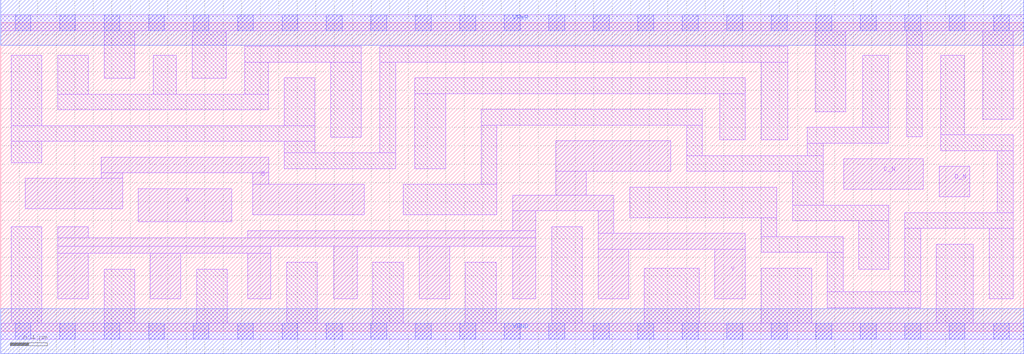
<source format=lef>
# Copyright 2020 The SkyWater PDK Authors
#
# Licensed under the Apache License, Version 2.0 (the "License");
# you may not use this file except in compliance with the License.
# You may obtain a copy of the License at
#
#     https://www.apache.org/licenses/LICENSE-2.0
#
# Unless required by applicable law or agreed to in writing, software
# distributed under the License is distributed on an "AS IS" BASIS,
# WITHOUT WARRANTIES OR CONDITIONS OF ANY KIND, either express or implied.
# See the License for the specific language governing permissions and
# limitations under the License.
#
# SPDX-License-Identifier: Apache-2.0

VERSION 5.7 ;
  NAMESCASESENSITIVE ON ;
  NOWIREEXTENSIONATPIN ON ;
  DIVIDERCHAR "/" ;
  BUSBITCHARS "[]" ;
UNITS
  DATABASE MICRONS 200 ;
END UNITS
MACRO sky130_fd_sc_ms__nor4bb_4
  CLASS CORE ;
  SOURCE USER ;
  FOREIGN sky130_fd_sc_ms__nor4bb_4 ;
  ORIGIN  0.000000  0.000000 ;
  SIZE  11.04000 BY  3.330000 ;
  SYMMETRY X Y ;
  SITE unit ;
  PIN A
    ANTENNAGATEAREA  1.250400 ;
    DIRECTION INPUT ;
    USE SIGNAL ;
    PORT
      LAYER li1 ;
        RECT 1.485000 1.180000 2.495000 1.540000 ;
    END
  END A
  PIN B
    ANTENNAGATEAREA  1.250400 ;
    DIRECTION INPUT ;
    USE SIGNAL ;
    PORT
      LAYER li1 ;
        RECT 0.265000 1.320000 1.315000 1.650000 ;
        RECT 1.085000 1.650000 1.315000 1.710000 ;
        RECT 1.085000 1.710000 2.890000 1.880000 ;
        RECT 2.720000 1.255000 3.920000 1.585000 ;
        RECT 2.720000 1.585000 2.890000 1.710000 ;
    END
  END B
  PIN C_N
    ANTENNAGATEAREA  0.413400 ;
    DIRECTION INPUT ;
    USE SIGNAL ;
    PORT
      LAYER li1 ;
        RECT 9.095000 1.530000 9.955000 1.860000 ;
    END
  END C_N
  PIN D_N
    ANTENNAGATEAREA  0.413400 ;
    DIRECTION INPUT ;
    USE SIGNAL ;
    PORT
      LAYER li1 ;
        RECT 10.125000 1.450000 10.455000 1.780000 ;
    END
  END D_N
  PIN Y
    ANTENNADIFFAREA  2.477000 ;
    DIRECTION OUTPUT ;
    USE SIGNAL ;
    PORT
      LAYER li1 ;
        RECT 0.615000 0.350000 0.945000 0.840000 ;
        RECT 0.615000 0.840000 2.915000 0.915000 ;
        RECT 0.615000 0.915000 5.775000 1.010000 ;
        RECT 0.615000 1.010000 0.945000 1.130000 ;
        RECT 1.615000 0.350000 1.945000 0.840000 ;
        RECT 2.665000 0.350000 2.915000 0.840000 ;
        RECT 2.665000 1.010000 5.775000 1.085000 ;
        RECT 3.595000 0.350000 3.845000 0.915000 ;
        RECT 4.515000 0.350000 4.845000 0.915000 ;
        RECT 5.525000 0.350000 5.775000 0.915000 ;
        RECT 5.525000 1.085000 5.775000 1.300000 ;
        RECT 5.525000 1.300000 6.615000 1.470000 ;
        RECT 5.990000 1.470000 6.320000 1.725000 ;
        RECT 5.990000 1.725000 7.230000 2.055000 ;
        RECT 6.445000 0.350000 6.775000 0.885000 ;
        RECT 6.445000 0.885000 8.035000 1.055000 ;
        RECT 6.445000 1.055000 6.615000 1.300000 ;
        RECT 7.705000 0.350000 8.035000 0.885000 ;
    END
  END Y
  PIN VGND
    DIRECTION INOUT ;
    USE GROUND ;
    PORT
      LAYER met1 ;
        RECT 0.000000 -0.245000 11.040000 0.245000 ;
    END
  END VGND
  PIN VPWR
    DIRECTION INOUT ;
    USE POWER ;
    PORT
      LAYER met1 ;
        RECT 0.000000 3.085000 11.040000 3.575000 ;
    END
  END VPWR
  OBS
    LAYER li1 ;
      RECT  0.000000 -0.085000 11.040000 0.085000 ;
      RECT  0.000000  3.245000 11.040000 3.415000 ;
      RECT  0.115000  0.085000  0.445000 1.130000 ;
      RECT  0.115000  1.820000  0.445000 2.050000 ;
      RECT  0.115000  2.050000  3.390000 2.220000 ;
      RECT  0.115000  2.220000  0.445000 2.980000 ;
      RECT  0.615000  2.390000  2.885000 2.560000 ;
      RECT  0.615000  2.560000  0.945000 2.980000 ;
      RECT  1.115000  0.085000  1.445000 0.670000 ;
      RECT  1.115000  2.730000  1.445000 3.245000 ;
      RECT  1.645000  2.560000  1.895000 2.980000 ;
      RECT  2.065000  2.730000  2.435000 3.245000 ;
      RECT  2.115000  0.085000  2.445000 0.670000 ;
      RECT  2.635000  2.560000  2.885000 2.905000 ;
      RECT  2.635000  2.905000  3.890000 3.075000 ;
      RECT  3.060000  1.755000  4.260000 1.925000 ;
      RECT  3.060000  1.925000  3.390000 2.050000 ;
      RECT  3.060000  2.220000  3.390000 2.735000 ;
      RECT  3.085000  0.085000  3.415000 0.745000 ;
      RECT  3.560000  2.095000  3.890000 2.905000 ;
      RECT  4.015000  0.085000  4.345000 0.745000 ;
      RECT  4.090000  1.925000  4.260000 2.905000 ;
      RECT  4.090000  2.905000  8.490000 3.075000 ;
      RECT  4.345000  1.255000  5.355000 1.585000 ;
      RECT  4.470000  1.755000  4.800000 2.565000 ;
      RECT  4.470000  2.565000  8.035000 2.735000 ;
      RECT  5.015000  0.085000  5.345000 0.745000 ;
      RECT  5.185000  1.585000  5.355000 2.225000 ;
      RECT  5.185000  2.225000  7.570000 2.395000 ;
      RECT  5.945000  0.085000  6.275000 1.130000 ;
      RECT  6.785000  1.225000  8.375000 1.555000 ;
      RECT  6.945000  0.085000  7.535000 0.680000 ;
      RECT  7.400000  1.725000  8.875000 1.895000 ;
      RECT  7.400000  1.895000  7.570000 2.225000 ;
      RECT  7.760000  2.065000  8.035000 2.565000 ;
      RECT  8.205000  0.085000  8.750000 0.680000 ;
      RECT  8.205000  0.850000  9.090000 1.020000 ;
      RECT  8.205000  1.020000  8.375000 1.225000 ;
      RECT  8.205000  2.065000  8.490000 2.905000 ;
      RECT  8.545000  1.190000  9.585000 1.360000 ;
      RECT  8.545000  1.360000  8.875000 1.725000 ;
      RECT  8.705000  1.895000  8.875000 2.030000 ;
      RECT  8.705000  2.030000  9.575000 2.200000 ;
      RECT  8.790000  2.370000  9.120000 3.245000 ;
      RECT  8.920000  0.255000  9.925000 0.425000 ;
      RECT  8.920000  0.425000  9.090000 0.850000 ;
      RECT  9.260000  0.670000  9.585000 1.190000 ;
      RECT  9.300000  2.200000  9.575000 2.980000 ;
      RECT  9.755000  0.425000  9.925000 1.110000 ;
      RECT  9.755000  1.110000 10.925000 1.280000 ;
      RECT  9.775000  2.100000  9.945000 3.245000 ;
      RECT 10.095000  0.085000 10.495000 0.940000 ;
      RECT 10.145000  1.950000 10.925000 2.120000 ;
      RECT 10.145000  2.120000 10.395000 2.980000 ;
      RECT 10.595000  2.290000 10.925000 3.245000 ;
      RECT 10.665000  0.350000 10.925000 1.110000 ;
      RECT 10.755000  1.280000 10.925000 1.950000 ;
    LAYER mcon ;
      RECT  0.155000 -0.085000  0.325000 0.085000 ;
      RECT  0.155000  3.245000  0.325000 3.415000 ;
      RECT  0.635000 -0.085000  0.805000 0.085000 ;
      RECT  0.635000  3.245000  0.805000 3.415000 ;
      RECT  1.115000 -0.085000  1.285000 0.085000 ;
      RECT  1.115000  3.245000  1.285000 3.415000 ;
      RECT  1.595000 -0.085000  1.765000 0.085000 ;
      RECT  1.595000  3.245000  1.765000 3.415000 ;
      RECT  2.075000 -0.085000  2.245000 0.085000 ;
      RECT  2.075000  3.245000  2.245000 3.415000 ;
      RECT  2.555000 -0.085000  2.725000 0.085000 ;
      RECT  2.555000  3.245000  2.725000 3.415000 ;
      RECT  3.035000 -0.085000  3.205000 0.085000 ;
      RECT  3.035000  3.245000  3.205000 3.415000 ;
      RECT  3.515000 -0.085000  3.685000 0.085000 ;
      RECT  3.515000  3.245000  3.685000 3.415000 ;
      RECT  3.995000 -0.085000  4.165000 0.085000 ;
      RECT  3.995000  3.245000  4.165000 3.415000 ;
      RECT  4.475000 -0.085000  4.645000 0.085000 ;
      RECT  4.475000  3.245000  4.645000 3.415000 ;
      RECT  4.955000 -0.085000  5.125000 0.085000 ;
      RECT  4.955000  3.245000  5.125000 3.415000 ;
      RECT  5.435000 -0.085000  5.605000 0.085000 ;
      RECT  5.435000  3.245000  5.605000 3.415000 ;
      RECT  5.915000 -0.085000  6.085000 0.085000 ;
      RECT  5.915000  3.245000  6.085000 3.415000 ;
      RECT  6.395000 -0.085000  6.565000 0.085000 ;
      RECT  6.395000  3.245000  6.565000 3.415000 ;
      RECT  6.875000 -0.085000  7.045000 0.085000 ;
      RECT  6.875000  3.245000  7.045000 3.415000 ;
      RECT  7.355000 -0.085000  7.525000 0.085000 ;
      RECT  7.355000  3.245000  7.525000 3.415000 ;
      RECT  7.835000 -0.085000  8.005000 0.085000 ;
      RECT  7.835000  3.245000  8.005000 3.415000 ;
      RECT  8.315000 -0.085000  8.485000 0.085000 ;
      RECT  8.315000  3.245000  8.485000 3.415000 ;
      RECT  8.795000 -0.085000  8.965000 0.085000 ;
      RECT  8.795000  3.245000  8.965000 3.415000 ;
      RECT  9.275000 -0.085000  9.445000 0.085000 ;
      RECT  9.275000  3.245000  9.445000 3.415000 ;
      RECT  9.755000 -0.085000  9.925000 0.085000 ;
      RECT  9.755000  3.245000  9.925000 3.415000 ;
      RECT 10.235000 -0.085000 10.405000 0.085000 ;
      RECT 10.235000  3.245000 10.405000 3.415000 ;
      RECT 10.715000 -0.085000 10.885000 0.085000 ;
      RECT 10.715000  3.245000 10.885000 3.415000 ;
  END
END sky130_fd_sc_ms__nor4bb_4
END LIBRARY

</source>
